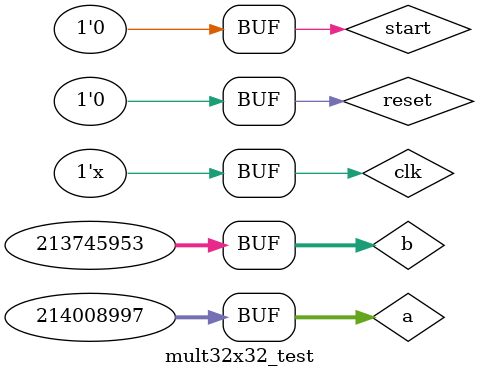
<source format=sv>
module mult32x32_test;

    logic clk;            // Clock
    logic reset;          // Reset
    logic start;          // Start signal
    logic [31:0] a;       // Input a
    logic [31:0] b;       // Input b
    logic busy;           // Multiplier busy indication
    logic [63:0] product; // Miltiplication product

// Put your code here
// ------------------

mult32x32 uut (
    .clk(clk),
    .reset(reset),
    .start(start),
    .a(a),
    .b(b),
    .busy(busy),
    .product(product)
);

initial begin
    clk = 1'b1;
    reset = 1'b1;
    start = 1'b0;
    
    #40
    
    reset = 1'b0;
    a = 32'd214008997;
    b = 32'd213745953;
    
    #10
    start = 1'b1;

    #10
    start = 1'b0;


end

always begin
    #5
    clk = ~clk;
end


// End of your code

endmodule

</source>
